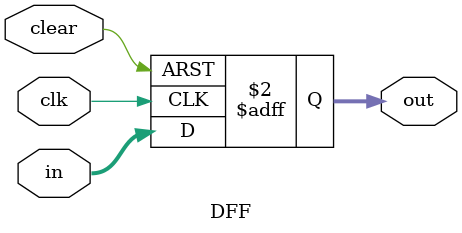
<source format=v>
module DFF #(parameter WIDTH = 8) (
    input wire clk,
    input wire clear,
    input wire [WIDTH-1:0] in,
    output reg [WIDTH-1:0] out
);
    always @(posedge clk or posedge clear) begin
        if (clear)
            out <= 0;
        else
            out <= in;
    end
endmodule
</source>
